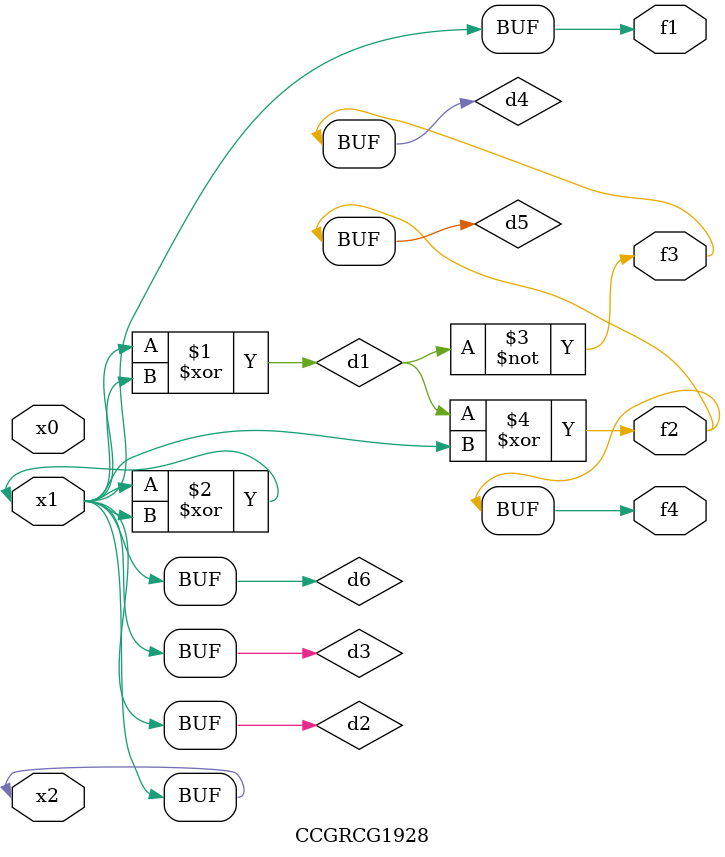
<source format=v>
module CCGRCG1928(
	input x0, x1, x2,
	output f1, f2, f3, f4
);

	wire d1, d2, d3, d4, d5, d6;

	xor (d1, x1, x2);
	buf (d2, x1, x2);
	xor (d3, x1, x2);
	nor (d4, d1);
	xor (d5, d1, d2);
	buf (d6, d2, d3);
	assign f1 = d6;
	assign f2 = d5;
	assign f3 = d4;
	assign f4 = d5;
endmodule

</source>
